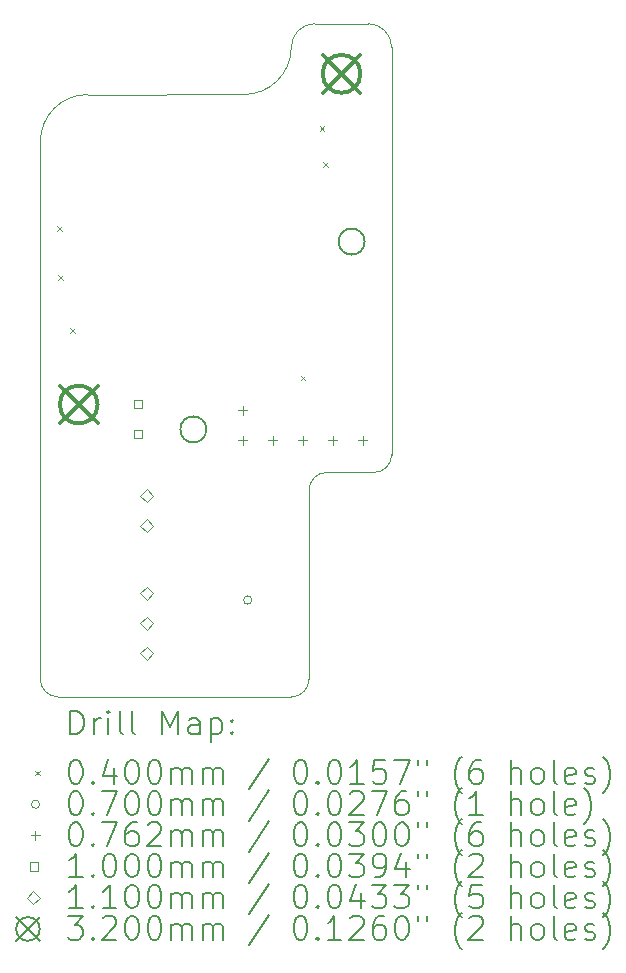
<source format=gbr>
%FSLAX45Y45*%
G04 Gerber Fmt 4.5, Leading zero omitted, Abs format (unit mm)*
G04 Created by KiCad (PCBNEW (6.0.1)) date 2022-03-21 13:57:09*
%MOMM*%
%LPD*%
G01*
G04 APERTURE LIST*
%TA.AperFunction,Profile*%
%ADD10C,0.100000*%
%TD*%
%TA.AperFunction,Profile*%
%ADD11C,0.150000*%
%TD*%
%ADD12C,0.200000*%
%ADD13C,0.040000*%
%ADD14C,0.070000*%
%ADD15C,0.076200*%
%ADD16C,0.100000*%
%ADD17C,0.110000*%
%ADD18C,0.320000*%
G04 APERTURE END LIST*
D10*
X15700000Y-6700000D02*
X15700000Y-10150000D01*
D11*
X14130500Y-9935500D02*
G75*
G03*
X14130500Y-9935500I-110000J0D01*
G01*
D10*
X12725000Y-12050000D02*
G75*
G03*
X12875000Y-12200000I150000J0D01*
G01*
X14442500Y-7099657D02*
X13125000Y-7100000D01*
X15550000Y-10300000D02*
G75*
G03*
X15700000Y-10150000I0J150000D01*
G01*
X15000000Y-12050000D02*
X15000000Y-10450000D01*
X15150000Y-10300000D02*
X15550000Y-10300000D01*
D11*
X15470500Y-8345500D02*
G75*
G03*
X15470500Y-8345500I-110000J0D01*
G01*
D10*
X15700000Y-6700000D02*
G75*
G03*
X15500000Y-6500000I-200000J0D01*
G01*
X12875000Y-12200000D02*
X14850000Y-12200000D01*
X13125000Y-7100000D02*
G75*
G03*
X12725000Y-7500000I0J-400000D01*
G01*
X12725000Y-7500000D02*
X12725000Y-12050000D01*
X15150000Y-10300000D02*
G75*
G03*
X15000000Y-10450000I0J-150000D01*
G01*
X15050000Y-6499657D02*
G75*
G03*
X14849657Y-6699657I0J-200343D01*
G01*
X14442500Y-7099657D02*
G75*
G03*
X14849657Y-6699657I7095J400000D01*
G01*
X14850000Y-12200000D02*
G75*
G03*
X15000000Y-12050000I0J150000D01*
G01*
X15050000Y-6499657D02*
X15500000Y-6500000D01*
D12*
D13*
X12870000Y-8215000D02*
X12910000Y-8255000D01*
X12910000Y-8215000D02*
X12870000Y-8255000D01*
X12874980Y-8629980D02*
X12914980Y-8669980D01*
X12914980Y-8629980D02*
X12874980Y-8669980D01*
X12980000Y-9080000D02*
X13020000Y-9120000D01*
X13020000Y-9080000D02*
X12980000Y-9120000D01*
X14930000Y-9480000D02*
X14970000Y-9520000D01*
X14970000Y-9480000D02*
X14930000Y-9520000D01*
X15090000Y-7370000D02*
X15130000Y-7410000D01*
X15130000Y-7370000D02*
X15090000Y-7410000D01*
X15120000Y-7675000D02*
X15160000Y-7715000D01*
X15160000Y-7675000D02*
X15120000Y-7715000D01*
D14*
X14515000Y-11380000D02*
G75*
G03*
X14515000Y-11380000I-35000J0D01*
G01*
D15*
X14437500Y-9736400D02*
X14437500Y-9812600D01*
X14399400Y-9774500D02*
X14475600Y-9774500D01*
X14437500Y-9990400D02*
X14437500Y-10066600D01*
X14399400Y-10028500D02*
X14475600Y-10028500D01*
X14691500Y-9990400D02*
X14691500Y-10066600D01*
X14653400Y-10028500D02*
X14729600Y-10028500D01*
X14945500Y-9990400D02*
X14945500Y-10066600D01*
X14907400Y-10028500D02*
X14983600Y-10028500D01*
X15199500Y-9990400D02*
X15199500Y-10066600D01*
X15161400Y-10028500D02*
X15237600Y-10028500D01*
X15453500Y-9990400D02*
X15453500Y-10066600D01*
X15415400Y-10028500D02*
X15491600Y-10028500D01*
D16*
X13585356Y-9757856D02*
X13585356Y-9687144D01*
X13514644Y-9687144D01*
X13514644Y-9757856D01*
X13585356Y-9757856D01*
X13585356Y-10011856D02*
X13585356Y-9941144D01*
X13514644Y-9941144D01*
X13514644Y-10011856D01*
X13585356Y-10011856D01*
D17*
X13625000Y-10553000D02*
X13680000Y-10498000D01*
X13625000Y-10443000D01*
X13570000Y-10498000D01*
X13625000Y-10553000D01*
X13625000Y-10807000D02*
X13680000Y-10752000D01*
X13625000Y-10697000D01*
X13570000Y-10752000D01*
X13625000Y-10807000D01*
X13625000Y-11376000D02*
X13680000Y-11321000D01*
X13625000Y-11266000D01*
X13570000Y-11321000D01*
X13625000Y-11376000D01*
X13625000Y-11630000D02*
X13680000Y-11575000D01*
X13625000Y-11520000D01*
X13570000Y-11575000D01*
X13625000Y-11630000D01*
X13625000Y-11884000D02*
X13680000Y-11829000D01*
X13625000Y-11774000D01*
X13570000Y-11829000D01*
X13625000Y-11884000D01*
D18*
X12890000Y-9565000D02*
X13210000Y-9885000D01*
X13210000Y-9565000D02*
X12890000Y-9885000D01*
X13210000Y-9725000D02*
G75*
G03*
X13210000Y-9725000I-160000J0D01*
G01*
X15115000Y-6765000D02*
X15435000Y-7085000D01*
X15435000Y-6765000D02*
X15115000Y-7085000D01*
X15435000Y-6925000D02*
G75*
G03*
X15435000Y-6925000I-160000J0D01*
G01*
D12*
X12977619Y-12515476D02*
X12977619Y-12315476D01*
X13025238Y-12315476D01*
X13053809Y-12325000D01*
X13072857Y-12344048D01*
X13082381Y-12363095D01*
X13091905Y-12401190D01*
X13091905Y-12429762D01*
X13082381Y-12467857D01*
X13072857Y-12486905D01*
X13053809Y-12505952D01*
X13025238Y-12515476D01*
X12977619Y-12515476D01*
X13177619Y-12515476D02*
X13177619Y-12382143D01*
X13177619Y-12420238D02*
X13187143Y-12401190D01*
X13196667Y-12391667D01*
X13215714Y-12382143D01*
X13234762Y-12382143D01*
X13301428Y-12515476D02*
X13301428Y-12382143D01*
X13301428Y-12315476D02*
X13291905Y-12325000D01*
X13301428Y-12334524D01*
X13310952Y-12325000D01*
X13301428Y-12315476D01*
X13301428Y-12334524D01*
X13425238Y-12515476D02*
X13406190Y-12505952D01*
X13396667Y-12486905D01*
X13396667Y-12315476D01*
X13530000Y-12515476D02*
X13510952Y-12505952D01*
X13501428Y-12486905D01*
X13501428Y-12315476D01*
X13758571Y-12515476D02*
X13758571Y-12315476D01*
X13825238Y-12458333D01*
X13891905Y-12315476D01*
X13891905Y-12515476D01*
X14072857Y-12515476D02*
X14072857Y-12410714D01*
X14063333Y-12391667D01*
X14044286Y-12382143D01*
X14006190Y-12382143D01*
X13987143Y-12391667D01*
X14072857Y-12505952D02*
X14053809Y-12515476D01*
X14006190Y-12515476D01*
X13987143Y-12505952D01*
X13977619Y-12486905D01*
X13977619Y-12467857D01*
X13987143Y-12448809D01*
X14006190Y-12439286D01*
X14053809Y-12439286D01*
X14072857Y-12429762D01*
X14168095Y-12382143D02*
X14168095Y-12582143D01*
X14168095Y-12391667D02*
X14187143Y-12382143D01*
X14225238Y-12382143D01*
X14244286Y-12391667D01*
X14253809Y-12401190D01*
X14263333Y-12420238D01*
X14263333Y-12477381D01*
X14253809Y-12496428D01*
X14244286Y-12505952D01*
X14225238Y-12515476D01*
X14187143Y-12515476D01*
X14168095Y-12505952D01*
X14349048Y-12496428D02*
X14358571Y-12505952D01*
X14349048Y-12515476D01*
X14339524Y-12505952D01*
X14349048Y-12496428D01*
X14349048Y-12515476D01*
X14349048Y-12391667D02*
X14358571Y-12401190D01*
X14349048Y-12410714D01*
X14339524Y-12401190D01*
X14349048Y-12391667D01*
X14349048Y-12410714D01*
D13*
X12680000Y-12825000D02*
X12720000Y-12865000D01*
X12720000Y-12825000D02*
X12680000Y-12865000D01*
D12*
X13015714Y-12735476D02*
X13034762Y-12735476D01*
X13053809Y-12745000D01*
X13063333Y-12754524D01*
X13072857Y-12773571D01*
X13082381Y-12811667D01*
X13082381Y-12859286D01*
X13072857Y-12897381D01*
X13063333Y-12916428D01*
X13053809Y-12925952D01*
X13034762Y-12935476D01*
X13015714Y-12935476D01*
X12996667Y-12925952D01*
X12987143Y-12916428D01*
X12977619Y-12897381D01*
X12968095Y-12859286D01*
X12968095Y-12811667D01*
X12977619Y-12773571D01*
X12987143Y-12754524D01*
X12996667Y-12745000D01*
X13015714Y-12735476D01*
X13168095Y-12916428D02*
X13177619Y-12925952D01*
X13168095Y-12935476D01*
X13158571Y-12925952D01*
X13168095Y-12916428D01*
X13168095Y-12935476D01*
X13349048Y-12802143D02*
X13349048Y-12935476D01*
X13301428Y-12725952D02*
X13253809Y-12868809D01*
X13377619Y-12868809D01*
X13491905Y-12735476D02*
X13510952Y-12735476D01*
X13530000Y-12745000D01*
X13539524Y-12754524D01*
X13549048Y-12773571D01*
X13558571Y-12811667D01*
X13558571Y-12859286D01*
X13549048Y-12897381D01*
X13539524Y-12916428D01*
X13530000Y-12925952D01*
X13510952Y-12935476D01*
X13491905Y-12935476D01*
X13472857Y-12925952D01*
X13463333Y-12916428D01*
X13453809Y-12897381D01*
X13444286Y-12859286D01*
X13444286Y-12811667D01*
X13453809Y-12773571D01*
X13463333Y-12754524D01*
X13472857Y-12745000D01*
X13491905Y-12735476D01*
X13682381Y-12735476D02*
X13701428Y-12735476D01*
X13720476Y-12745000D01*
X13730000Y-12754524D01*
X13739524Y-12773571D01*
X13749048Y-12811667D01*
X13749048Y-12859286D01*
X13739524Y-12897381D01*
X13730000Y-12916428D01*
X13720476Y-12925952D01*
X13701428Y-12935476D01*
X13682381Y-12935476D01*
X13663333Y-12925952D01*
X13653809Y-12916428D01*
X13644286Y-12897381D01*
X13634762Y-12859286D01*
X13634762Y-12811667D01*
X13644286Y-12773571D01*
X13653809Y-12754524D01*
X13663333Y-12745000D01*
X13682381Y-12735476D01*
X13834762Y-12935476D02*
X13834762Y-12802143D01*
X13834762Y-12821190D02*
X13844286Y-12811667D01*
X13863333Y-12802143D01*
X13891905Y-12802143D01*
X13910952Y-12811667D01*
X13920476Y-12830714D01*
X13920476Y-12935476D01*
X13920476Y-12830714D02*
X13930000Y-12811667D01*
X13949048Y-12802143D01*
X13977619Y-12802143D01*
X13996667Y-12811667D01*
X14006190Y-12830714D01*
X14006190Y-12935476D01*
X14101428Y-12935476D02*
X14101428Y-12802143D01*
X14101428Y-12821190D02*
X14110952Y-12811667D01*
X14130000Y-12802143D01*
X14158571Y-12802143D01*
X14177619Y-12811667D01*
X14187143Y-12830714D01*
X14187143Y-12935476D01*
X14187143Y-12830714D02*
X14196667Y-12811667D01*
X14215714Y-12802143D01*
X14244286Y-12802143D01*
X14263333Y-12811667D01*
X14272857Y-12830714D01*
X14272857Y-12935476D01*
X14663333Y-12725952D02*
X14491905Y-12983095D01*
X14920476Y-12735476D02*
X14939524Y-12735476D01*
X14958571Y-12745000D01*
X14968095Y-12754524D01*
X14977619Y-12773571D01*
X14987143Y-12811667D01*
X14987143Y-12859286D01*
X14977619Y-12897381D01*
X14968095Y-12916428D01*
X14958571Y-12925952D01*
X14939524Y-12935476D01*
X14920476Y-12935476D01*
X14901428Y-12925952D01*
X14891905Y-12916428D01*
X14882381Y-12897381D01*
X14872857Y-12859286D01*
X14872857Y-12811667D01*
X14882381Y-12773571D01*
X14891905Y-12754524D01*
X14901428Y-12745000D01*
X14920476Y-12735476D01*
X15072857Y-12916428D02*
X15082381Y-12925952D01*
X15072857Y-12935476D01*
X15063333Y-12925952D01*
X15072857Y-12916428D01*
X15072857Y-12935476D01*
X15206190Y-12735476D02*
X15225238Y-12735476D01*
X15244286Y-12745000D01*
X15253809Y-12754524D01*
X15263333Y-12773571D01*
X15272857Y-12811667D01*
X15272857Y-12859286D01*
X15263333Y-12897381D01*
X15253809Y-12916428D01*
X15244286Y-12925952D01*
X15225238Y-12935476D01*
X15206190Y-12935476D01*
X15187143Y-12925952D01*
X15177619Y-12916428D01*
X15168095Y-12897381D01*
X15158571Y-12859286D01*
X15158571Y-12811667D01*
X15168095Y-12773571D01*
X15177619Y-12754524D01*
X15187143Y-12745000D01*
X15206190Y-12735476D01*
X15463333Y-12935476D02*
X15349048Y-12935476D01*
X15406190Y-12935476D02*
X15406190Y-12735476D01*
X15387143Y-12764048D01*
X15368095Y-12783095D01*
X15349048Y-12792619D01*
X15644286Y-12735476D02*
X15549048Y-12735476D01*
X15539524Y-12830714D01*
X15549048Y-12821190D01*
X15568095Y-12811667D01*
X15615714Y-12811667D01*
X15634762Y-12821190D01*
X15644286Y-12830714D01*
X15653809Y-12849762D01*
X15653809Y-12897381D01*
X15644286Y-12916428D01*
X15634762Y-12925952D01*
X15615714Y-12935476D01*
X15568095Y-12935476D01*
X15549048Y-12925952D01*
X15539524Y-12916428D01*
X15720476Y-12735476D02*
X15853809Y-12735476D01*
X15768095Y-12935476D01*
X15920476Y-12735476D02*
X15920476Y-12773571D01*
X15996667Y-12735476D02*
X15996667Y-12773571D01*
X16291905Y-13011667D02*
X16282381Y-13002143D01*
X16263333Y-12973571D01*
X16253809Y-12954524D01*
X16244286Y-12925952D01*
X16234762Y-12878333D01*
X16234762Y-12840238D01*
X16244286Y-12792619D01*
X16253809Y-12764048D01*
X16263333Y-12745000D01*
X16282381Y-12716428D01*
X16291905Y-12706905D01*
X16453809Y-12735476D02*
X16415714Y-12735476D01*
X16396667Y-12745000D01*
X16387143Y-12754524D01*
X16368095Y-12783095D01*
X16358571Y-12821190D01*
X16358571Y-12897381D01*
X16368095Y-12916428D01*
X16377619Y-12925952D01*
X16396667Y-12935476D01*
X16434762Y-12935476D01*
X16453809Y-12925952D01*
X16463333Y-12916428D01*
X16472857Y-12897381D01*
X16472857Y-12849762D01*
X16463333Y-12830714D01*
X16453809Y-12821190D01*
X16434762Y-12811667D01*
X16396667Y-12811667D01*
X16377619Y-12821190D01*
X16368095Y-12830714D01*
X16358571Y-12849762D01*
X16710952Y-12935476D02*
X16710952Y-12735476D01*
X16796667Y-12935476D02*
X16796667Y-12830714D01*
X16787143Y-12811667D01*
X16768095Y-12802143D01*
X16739524Y-12802143D01*
X16720476Y-12811667D01*
X16710952Y-12821190D01*
X16920476Y-12935476D02*
X16901429Y-12925952D01*
X16891905Y-12916428D01*
X16882381Y-12897381D01*
X16882381Y-12840238D01*
X16891905Y-12821190D01*
X16901429Y-12811667D01*
X16920476Y-12802143D01*
X16949048Y-12802143D01*
X16968095Y-12811667D01*
X16977619Y-12821190D01*
X16987143Y-12840238D01*
X16987143Y-12897381D01*
X16977619Y-12916428D01*
X16968095Y-12925952D01*
X16949048Y-12935476D01*
X16920476Y-12935476D01*
X17101429Y-12935476D02*
X17082381Y-12925952D01*
X17072857Y-12906905D01*
X17072857Y-12735476D01*
X17253810Y-12925952D02*
X17234762Y-12935476D01*
X17196667Y-12935476D01*
X17177619Y-12925952D01*
X17168095Y-12906905D01*
X17168095Y-12830714D01*
X17177619Y-12811667D01*
X17196667Y-12802143D01*
X17234762Y-12802143D01*
X17253810Y-12811667D01*
X17263333Y-12830714D01*
X17263333Y-12849762D01*
X17168095Y-12868809D01*
X17339524Y-12925952D02*
X17358571Y-12935476D01*
X17396667Y-12935476D01*
X17415714Y-12925952D01*
X17425238Y-12906905D01*
X17425238Y-12897381D01*
X17415714Y-12878333D01*
X17396667Y-12868809D01*
X17368095Y-12868809D01*
X17349048Y-12859286D01*
X17339524Y-12840238D01*
X17339524Y-12830714D01*
X17349048Y-12811667D01*
X17368095Y-12802143D01*
X17396667Y-12802143D01*
X17415714Y-12811667D01*
X17491905Y-13011667D02*
X17501429Y-13002143D01*
X17520476Y-12973571D01*
X17530000Y-12954524D01*
X17539524Y-12925952D01*
X17549048Y-12878333D01*
X17549048Y-12840238D01*
X17539524Y-12792619D01*
X17530000Y-12764048D01*
X17520476Y-12745000D01*
X17501429Y-12716428D01*
X17491905Y-12706905D01*
D14*
X12720000Y-13109000D02*
G75*
G03*
X12720000Y-13109000I-35000J0D01*
G01*
D12*
X13015714Y-12999476D02*
X13034762Y-12999476D01*
X13053809Y-13009000D01*
X13063333Y-13018524D01*
X13072857Y-13037571D01*
X13082381Y-13075667D01*
X13082381Y-13123286D01*
X13072857Y-13161381D01*
X13063333Y-13180428D01*
X13053809Y-13189952D01*
X13034762Y-13199476D01*
X13015714Y-13199476D01*
X12996667Y-13189952D01*
X12987143Y-13180428D01*
X12977619Y-13161381D01*
X12968095Y-13123286D01*
X12968095Y-13075667D01*
X12977619Y-13037571D01*
X12987143Y-13018524D01*
X12996667Y-13009000D01*
X13015714Y-12999476D01*
X13168095Y-13180428D02*
X13177619Y-13189952D01*
X13168095Y-13199476D01*
X13158571Y-13189952D01*
X13168095Y-13180428D01*
X13168095Y-13199476D01*
X13244286Y-12999476D02*
X13377619Y-12999476D01*
X13291905Y-13199476D01*
X13491905Y-12999476D02*
X13510952Y-12999476D01*
X13530000Y-13009000D01*
X13539524Y-13018524D01*
X13549048Y-13037571D01*
X13558571Y-13075667D01*
X13558571Y-13123286D01*
X13549048Y-13161381D01*
X13539524Y-13180428D01*
X13530000Y-13189952D01*
X13510952Y-13199476D01*
X13491905Y-13199476D01*
X13472857Y-13189952D01*
X13463333Y-13180428D01*
X13453809Y-13161381D01*
X13444286Y-13123286D01*
X13444286Y-13075667D01*
X13453809Y-13037571D01*
X13463333Y-13018524D01*
X13472857Y-13009000D01*
X13491905Y-12999476D01*
X13682381Y-12999476D02*
X13701428Y-12999476D01*
X13720476Y-13009000D01*
X13730000Y-13018524D01*
X13739524Y-13037571D01*
X13749048Y-13075667D01*
X13749048Y-13123286D01*
X13739524Y-13161381D01*
X13730000Y-13180428D01*
X13720476Y-13189952D01*
X13701428Y-13199476D01*
X13682381Y-13199476D01*
X13663333Y-13189952D01*
X13653809Y-13180428D01*
X13644286Y-13161381D01*
X13634762Y-13123286D01*
X13634762Y-13075667D01*
X13644286Y-13037571D01*
X13653809Y-13018524D01*
X13663333Y-13009000D01*
X13682381Y-12999476D01*
X13834762Y-13199476D02*
X13834762Y-13066143D01*
X13834762Y-13085190D02*
X13844286Y-13075667D01*
X13863333Y-13066143D01*
X13891905Y-13066143D01*
X13910952Y-13075667D01*
X13920476Y-13094714D01*
X13920476Y-13199476D01*
X13920476Y-13094714D02*
X13930000Y-13075667D01*
X13949048Y-13066143D01*
X13977619Y-13066143D01*
X13996667Y-13075667D01*
X14006190Y-13094714D01*
X14006190Y-13199476D01*
X14101428Y-13199476D02*
X14101428Y-13066143D01*
X14101428Y-13085190D02*
X14110952Y-13075667D01*
X14130000Y-13066143D01*
X14158571Y-13066143D01*
X14177619Y-13075667D01*
X14187143Y-13094714D01*
X14187143Y-13199476D01*
X14187143Y-13094714D02*
X14196667Y-13075667D01*
X14215714Y-13066143D01*
X14244286Y-13066143D01*
X14263333Y-13075667D01*
X14272857Y-13094714D01*
X14272857Y-13199476D01*
X14663333Y-12989952D02*
X14491905Y-13247095D01*
X14920476Y-12999476D02*
X14939524Y-12999476D01*
X14958571Y-13009000D01*
X14968095Y-13018524D01*
X14977619Y-13037571D01*
X14987143Y-13075667D01*
X14987143Y-13123286D01*
X14977619Y-13161381D01*
X14968095Y-13180428D01*
X14958571Y-13189952D01*
X14939524Y-13199476D01*
X14920476Y-13199476D01*
X14901428Y-13189952D01*
X14891905Y-13180428D01*
X14882381Y-13161381D01*
X14872857Y-13123286D01*
X14872857Y-13075667D01*
X14882381Y-13037571D01*
X14891905Y-13018524D01*
X14901428Y-13009000D01*
X14920476Y-12999476D01*
X15072857Y-13180428D02*
X15082381Y-13189952D01*
X15072857Y-13199476D01*
X15063333Y-13189952D01*
X15072857Y-13180428D01*
X15072857Y-13199476D01*
X15206190Y-12999476D02*
X15225238Y-12999476D01*
X15244286Y-13009000D01*
X15253809Y-13018524D01*
X15263333Y-13037571D01*
X15272857Y-13075667D01*
X15272857Y-13123286D01*
X15263333Y-13161381D01*
X15253809Y-13180428D01*
X15244286Y-13189952D01*
X15225238Y-13199476D01*
X15206190Y-13199476D01*
X15187143Y-13189952D01*
X15177619Y-13180428D01*
X15168095Y-13161381D01*
X15158571Y-13123286D01*
X15158571Y-13075667D01*
X15168095Y-13037571D01*
X15177619Y-13018524D01*
X15187143Y-13009000D01*
X15206190Y-12999476D01*
X15349048Y-13018524D02*
X15358571Y-13009000D01*
X15377619Y-12999476D01*
X15425238Y-12999476D01*
X15444286Y-13009000D01*
X15453809Y-13018524D01*
X15463333Y-13037571D01*
X15463333Y-13056619D01*
X15453809Y-13085190D01*
X15339524Y-13199476D01*
X15463333Y-13199476D01*
X15530000Y-12999476D02*
X15663333Y-12999476D01*
X15577619Y-13199476D01*
X15825238Y-12999476D02*
X15787143Y-12999476D01*
X15768095Y-13009000D01*
X15758571Y-13018524D01*
X15739524Y-13047095D01*
X15730000Y-13085190D01*
X15730000Y-13161381D01*
X15739524Y-13180428D01*
X15749048Y-13189952D01*
X15768095Y-13199476D01*
X15806190Y-13199476D01*
X15825238Y-13189952D01*
X15834762Y-13180428D01*
X15844286Y-13161381D01*
X15844286Y-13113762D01*
X15834762Y-13094714D01*
X15825238Y-13085190D01*
X15806190Y-13075667D01*
X15768095Y-13075667D01*
X15749048Y-13085190D01*
X15739524Y-13094714D01*
X15730000Y-13113762D01*
X15920476Y-12999476D02*
X15920476Y-13037571D01*
X15996667Y-12999476D02*
X15996667Y-13037571D01*
X16291905Y-13275667D02*
X16282381Y-13266143D01*
X16263333Y-13237571D01*
X16253809Y-13218524D01*
X16244286Y-13189952D01*
X16234762Y-13142333D01*
X16234762Y-13104238D01*
X16244286Y-13056619D01*
X16253809Y-13028048D01*
X16263333Y-13009000D01*
X16282381Y-12980428D01*
X16291905Y-12970905D01*
X16472857Y-13199476D02*
X16358571Y-13199476D01*
X16415714Y-13199476D02*
X16415714Y-12999476D01*
X16396667Y-13028048D01*
X16377619Y-13047095D01*
X16358571Y-13056619D01*
X16710952Y-13199476D02*
X16710952Y-12999476D01*
X16796667Y-13199476D02*
X16796667Y-13094714D01*
X16787143Y-13075667D01*
X16768095Y-13066143D01*
X16739524Y-13066143D01*
X16720476Y-13075667D01*
X16710952Y-13085190D01*
X16920476Y-13199476D02*
X16901429Y-13189952D01*
X16891905Y-13180428D01*
X16882381Y-13161381D01*
X16882381Y-13104238D01*
X16891905Y-13085190D01*
X16901429Y-13075667D01*
X16920476Y-13066143D01*
X16949048Y-13066143D01*
X16968095Y-13075667D01*
X16977619Y-13085190D01*
X16987143Y-13104238D01*
X16987143Y-13161381D01*
X16977619Y-13180428D01*
X16968095Y-13189952D01*
X16949048Y-13199476D01*
X16920476Y-13199476D01*
X17101429Y-13199476D02*
X17082381Y-13189952D01*
X17072857Y-13170905D01*
X17072857Y-12999476D01*
X17253810Y-13189952D02*
X17234762Y-13199476D01*
X17196667Y-13199476D01*
X17177619Y-13189952D01*
X17168095Y-13170905D01*
X17168095Y-13094714D01*
X17177619Y-13075667D01*
X17196667Y-13066143D01*
X17234762Y-13066143D01*
X17253810Y-13075667D01*
X17263333Y-13094714D01*
X17263333Y-13113762D01*
X17168095Y-13132809D01*
X17330000Y-13275667D02*
X17339524Y-13266143D01*
X17358571Y-13237571D01*
X17368095Y-13218524D01*
X17377619Y-13189952D01*
X17387143Y-13142333D01*
X17387143Y-13104238D01*
X17377619Y-13056619D01*
X17368095Y-13028048D01*
X17358571Y-13009000D01*
X17339524Y-12980428D01*
X17330000Y-12970905D01*
D15*
X12681900Y-13334900D02*
X12681900Y-13411100D01*
X12643800Y-13373000D02*
X12720000Y-13373000D01*
D12*
X13015714Y-13263476D02*
X13034762Y-13263476D01*
X13053809Y-13273000D01*
X13063333Y-13282524D01*
X13072857Y-13301571D01*
X13082381Y-13339667D01*
X13082381Y-13387286D01*
X13072857Y-13425381D01*
X13063333Y-13444428D01*
X13053809Y-13453952D01*
X13034762Y-13463476D01*
X13015714Y-13463476D01*
X12996667Y-13453952D01*
X12987143Y-13444428D01*
X12977619Y-13425381D01*
X12968095Y-13387286D01*
X12968095Y-13339667D01*
X12977619Y-13301571D01*
X12987143Y-13282524D01*
X12996667Y-13273000D01*
X13015714Y-13263476D01*
X13168095Y-13444428D02*
X13177619Y-13453952D01*
X13168095Y-13463476D01*
X13158571Y-13453952D01*
X13168095Y-13444428D01*
X13168095Y-13463476D01*
X13244286Y-13263476D02*
X13377619Y-13263476D01*
X13291905Y-13463476D01*
X13539524Y-13263476D02*
X13501428Y-13263476D01*
X13482381Y-13273000D01*
X13472857Y-13282524D01*
X13453809Y-13311095D01*
X13444286Y-13349190D01*
X13444286Y-13425381D01*
X13453809Y-13444428D01*
X13463333Y-13453952D01*
X13482381Y-13463476D01*
X13520476Y-13463476D01*
X13539524Y-13453952D01*
X13549048Y-13444428D01*
X13558571Y-13425381D01*
X13558571Y-13377762D01*
X13549048Y-13358714D01*
X13539524Y-13349190D01*
X13520476Y-13339667D01*
X13482381Y-13339667D01*
X13463333Y-13349190D01*
X13453809Y-13358714D01*
X13444286Y-13377762D01*
X13634762Y-13282524D02*
X13644286Y-13273000D01*
X13663333Y-13263476D01*
X13710952Y-13263476D01*
X13730000Y-13273000D01*
X13739524Y-13282524D01*
X13749048Y-13301571D01*
X13749048Y-13320619D01*
X13739524Y-13349190D01*
X13625238Y-13463476D01*
X13749048Y-13463476D01*
X13834762Y-13463476D02*
X13834762Y-13330143D01*
X13834762Y-13349190D02*
X13844286Y-13339667D01*
X13863333Y-13330143D01*
X13891905Y-13330143D01*
X13910952Y-13339667D01*
X13920476Y-13358714D01*
X13920476Y-13463476D01*
X13920476Y-13358714D02*
X13930000Y-13339667D01*
X13949048Y-13330143D01*
X13977619Y-13330143D01*
X13996667Y-13339667D01*
X14006190Y-13358714D01*
X14006190Y-13463476D01*
X14101428Y-13463476D02*
X14101428Y-13330143D01*
X14101428Y-13349190D02*
X14110952Y-13339667D01*
X14130000Y-13330143D01*
X14158571Y-13330143D01*
X14177619Y-13339667D01*
X14187143Y-13358714D01*
X14187143Y-13463476D01*
X14187143Y-13358714D02*
X14196667Y-13339667D01*
X14215714Y-13330143D01*
X14244286Y-13330143D01*
X14263333Y-13339667D01*
X14272857Y-13358714D01*
X14272857Y-13463476D01*
X14663333Y-13253952D02*
X14491905Y-13511095D01*
X14920476Y-13263476D02*
X14939524Y-13263476D01*
X14958571Y-13273000D01*
X14968095Y-13282524D01*
X14977619Y-13301571D01*
X14987143Y-13339667D01*
X14987143Y-13387286D01*
X14977619Y-13425381D01*
X14968095Y-13444428D01*
X14958571Y-13453952D01*
X14939524Y-13463476D01*
X14920476Y-13463476D01*
X14901428Y-13453952D01*
X14891905Y-13444428D01*
X14882381Y-13425381D01*
X14872857Y-13387286D01*
X14872857Y-13339667D01*
X14882381Y-13301571D01*
X14891905Y-13282524D01*
X14901428Y-13273000D01*
X14920476Y-13263476D01*
X15072857Y-13444428D02*
X15082381Y-13453952D01*
X15072857Y-13463476D01*
X15063333Y-13453952D01*
X15072857Y-13444428D01*
X15072857Y-13463476D01*
X15206190Y-13263476D02*
X15225238Y-13263476D01*
X15244286Y-13273000D01*
X15253809Y-13282524D01*
X15263333Y-13301571D01*
X15272857Y-13339667D01*
X15272857Y-13387286D01*
X15263333Y-13425381D01*
X15253809Y-13444428D01*
X15244286Y-13453952D01*
X15225238Y-13463476D01*
X15206190Y-13463476D01*
X15187143Y-13453952D01*
X15177619Y-13444428D01*
X15168095Y-13425381D01*
X15158571Y-13387286D01*
X15158571Y-13339667D01*
X15168095Y-13301571D01*
X15177619Y-13282524D01*
X15187143Y-13273000D01*
X15206190Y-13263476D01*
X15339524Y-13263476D02*
X15463333Y-13263476D01*
X15396667Y-13339667D01*
X15425238Y-13339667D01*
X15444286Y-13349190D01*
X15453809Y-13358714D01*
X15463333Y-13377762D01*
X15463333Y-13425381D01*
X15453809Y-13444428D01*
X15444286Y-13453952D01*
X15425238Y-13463476D01*
X15368095Y-13463476D01*
X15349048Y-13453952D01*
X15339524Y-13444428D01*
X15587143Y-13263476D02*
X15606190Y-13263476D01*
X15625238Y-13273000D01*
X15634762Y-13282524D01*
X15644286Y-13301571D01*
X15653809Y-13339667D01*
X15653809Y-13387286D01*
X15644286Y-13425381D01*
X15634762Y-13444428D01*
X15625238Y-13453952D01*
X15606190Y-13463476D01*
X15587143Y-13463476D01*
X15568095Y-13453952D01*
X15558571Y-13444428D01*
X15549048Y-13425381D01*
X15539524Y-13387286D01*
X15539524Y-13339667D01*
X15549048Y-13301571D01*
X15558571Y-13282524D01*
X15568095Y-13273000D01*
X15587143Y-13263476D01*
X15777619Y-13263476D02*
X15796667Y-13263476D01*
X15815714Y-13273000D01*
X15825238Y-13282524D01*
X15834762Y-13301571D01*
X15844286Y-13339667D01*
X15844286Y-13387286D01*
X15834762Y-13425381D01*
X15825238Y-13444428D01*
X15815714Y-13453952D01*
X15796667Y-13463476D01*
X15777619Y-13463476D01*
X15758571Y-13453952D01*
X15749048Y-13444428D01*
X15739524Y-13425381D01*
X15730000Y-13387286D01*
X15730000Y-13339667D01*
X15739524Y-13301571D01*
X15749048Y-13282524D01*
X15758571Y-13273000D01*
X15777619Y-13263476D01*
X15920476Y-13263476D02*
X15920476Y-13301571D01*
X15996667Y-13263476D02*
X15996667Y-13301571D01*
X16291905Y-13539667D02*
X16282381Y-13530143D01*
X16263333Y-13501571D01*
X16253809Y-13482524D01*
X16244286Y-13453952D01*
X16234762Y-13406333D01*
X16234762Y-13368238D01*
X16244286Y-13320619D01*
X16253809Y-13292048D01*
X16263333Y-13273000D01*
X16282381Y-13244428D01*
X16291905Y-13234905D01*
X16453809Y-13263476D02*
X16415714Y-13263476D01*
X16396667Y-13273000D01*
X16387143Y-13282524D01*
X16368095Y-13311095D01*
X16358571Y-13349190D01*
X16358571Y-13425381D01*
X16368095Y-13444428D01*
X16377619Y-13453952D01*
X16396667Y-13463476D01*
X16434762Y-13463476D01*
X16453809Y-13453952D01*
X16463333Y-13444428D01*
X16472857Y-13425381D01*
X16472857Y-13377762D01*
X16463333Y-13358714D01*
X16453809Y-13349190D01*
X16434762Y-13339667D01*
X16396667Y-13339667D01*
X16377619Y-13349190D01*
X16368095Y-13358714D01*
X16358571Y-13377762D01*
X16710952Y-13463476D02*
X16710952Y-13263476D01*
X16796667Y-13463476D02*
X16796667Y-13358714D01*
X16787143Y-13339667D01*
X16768095Y-13330143D01*
X16739524Y-13330143D01*
X16720476Y-13339667D01*
X16710952Y-13349190D01*
X16920476Y-13463476D02*
X16901429Y-13453952D01*
X16891905Y-13444428D01*
X16882381Y-13425381D01*
X16882381Y-13368238D01*
X16891905Y-13349190D01*
X16901429Y-13339667D01*
X16920476Y-13330143D01*
X16949048Y-13330143D01*
X16968095Y-13339667D01*
X16977619Y-13349190D01*
X16987143Y-13368238D01*
X16987143Y-13425381D01*
X16977619Y-13444428D01*
X16968095Y-13453952D01*
X16949048Y-13463476D01*
X16920476Y-13463476D01*
X17101429Y-13463476D02*
X17082381Y-13453952D01*
X17072857Y-13434905D01*
X17072857Y-13263476D01*
X17253810Y-13453952D02*
X17234762Y-13463476D01*
X17196667Y-13463476D01*
X17177619Y-13453952D01*
X17168095Y-13434905D01*
X17168095Y-13358714D01*
X17177619Y-13339667D01*
X17196667Y-13330143D01*
X17234762Y-13330143D01*
X17253810Y-13339667D01*
X17263333Y-13358714D01*
X17263333Y-13377762D01*
X17168095Y-13396809D01*
X17339524Y-13453952D02*
X17358571Y-13463476D01*
X17396667Y-13463476D01*
X17415714Y-13453952D01*
X17425238Y-13434905D01*
X17425238Y-13425381D01*
X17415714Y-13406333D01*
X17396667Y-13396809D01*
X17368095Y-13396809D01*
X17349048Y-13387286D01*
X17339524Y-13368238D01*
X17339524Y-13358714D01*
X17349048Y-13339667D01*
X17368095Y-13330143D01*
X17396667Y-13330143D01*
X17415714Y-13339667D01*
X17491905Y-13539667D02*
X17501429Y-13530143D01*
X17520476Y-13501571D01*
X17530000Y-13482524D01*
X17539524Y-13453952D01*
X17549048Y-13406333D01*
X17549048Y-13368238D01*
X17539524Y-13320619D01*
X17530000Y-13292048D01*
X17520476Y-13273000D01*
X17501429Y-13244428D01*
X17491905Y-13234905D01*
D16*
X12705356Y-13672356D02*
X12705356Y-13601644D01*
X12634644Y-13601644D01*
X12634644Y-13672356D01*
X12705356Y-13672356D01*
D12*
X13082381Y-13727476D02*
X12968095Y-13727476D01*
X13025238Y-13727476D02*
X13025238Y-13527476D01*
X13006190Y-13556048D01*
X12987143Y-13575095D01*
X12968095Y-13584619D01*
X13168095Y-13708428D02*
X13177619Y-13717952D01*
X13168095Y-13727476D01*
X13158571Y-13717952D01*
X13168095Y-13708428D01*
X13168095Y-13727476D01*
X13301428Y-13527476D02*
X13320476Y-13527476D01*
X13339524Y-13537000D01*
X13349048Y-13546524D01*
X13358571Y-13565571D01*
X13368095Y-13603667D01*
X13368095Y-13651286D01*
X13358571Y-13689381D01*
X13349048Y-13708428D01*
X13339524Y-13717952D01*
X13320476Y-13727476D01*
X13301428Y-13727476D01*
X13282381Y-13717952D01*
X13272857Y-13708428D01*
X13263333Y-13689381D01*
X13253809Y-13651286D01*
X13253809Y-13603667D01*
X13263333Y-13565571D01*
X13272857Y-13546524D01*
X13282381Y-13537000D01*
X13301428Y-13527476D01*
X13491905Y-13527476D02*
X13510952Y-13527476D01*
X13530000Y-13537000D01*
X13539524Y-13546524D01*
X13549048Y-13565571D01*
X13558571Y-13603667D01*
X13558571Y-13651286D01*
X13549048Y-13689381D01*
X13539524Y-13708428D01*
X13530000Y-13717952D01*
X13510952Y-13727476D01*
X13491905Y-13727476D01*
X13472857Y-13717952D01*
X13463333Y-13708428D01*
X13453809Y-13689381D01*
X13444286Y-13651286D01*
X13444286Y-13603667D01*
X13453809Y-13565571D01*
X13463333Y-13546524D01*
X13472857Y-13537000D01*
X13491905Y-13527476D01*
X13682381Y-13527476D02*
X13701428Y-13527476D01*
X13720476Y-13537000D01*
X13730000Y-13546524D01*
X13739524Y-13565571D01*
X13749048Y-13603667D01*
X13749048Y-13651286D01*
X13739524Y-13689381D01*
X13730000Y-13708428D01*
X13720476Y-13717952D01*
X13701428Y-13727476D01*
X13682381Y-13727476D01*
X13663333Y-13717952D01*
X13653809Y-13708428D01*
X13644286Y-13689381D01*
X13634762Y-13651286D01*
X13634762Y-13603667D01*
X13644286Y-13565571D01*
X13653809Y-13546524D01*
X13663333Y-13537000D01*
X13682381Y-13527476D01*
X13834762Y-13727476D02*
X13834762Y-13594143D01*
X13834762Y-13613190D02*
X13844286Y-13603667D01*
X13863333Y-13594143D01*
X13891905Y-13594143D01*
X13910952Y-13603667D01*
X13920476Y-13622714D01*
X13920476Y-13727476D01*
X13920476Y-13622714D02*
X13930000Y-13603667D01*
X13949048Y-13594143D01*
X13977619Y-13594143D01*
X13996667Y-13603667D01*
X14006190Y-13622714D01*
X14006190Y-13727476D01*
X14101428Y-13727476D02*
X14101428Y-13594143D01*
X14101428Y-13613190D02*
X14110952Y-13603667D01*
X14130000Y-13594143D01*
X14158571Y-13594143D01*
X14177619Y-13603667D01*
X14187143Y-13622714D01*
X14187143Y-13727476D01*
X14187143Y-13622714D02*
X14196667Y-13603667D01*
X14215714Y-13594143D01*
X14244286Y-13594143D01*
X14263333Y-13603667D01*
X14272857Y-13622714D01*
X14272857Y-13727476D01*
X14663333Y-13517952D02*
X14491905Y-13775095D01*
X14920476Y-13527476D02*
X14939524Y-13527476D01*
X14958571Y-13537000D01*
X14968095Y-13546524D01*
X14977619Y-13565571D01*
X14987143Y-13603667D01*
X14987143Y-13651286D01*
X14977619Y-13689381D01*
X14968095Y-13708428D01*
X14958571Y-13717952D01*
X14939524Y-13727476D01*
X14920476Y-13727476D01*
X14901428Y-13717952D01*
X14891905Y-13708428D01*
X14882381Y-13689381D01*
X14872857Y-13651286D01*
X14872857Y-13603667D01*
X14882381Y-13565571D01*
X14891905Y-13546524D01*
X14901428Y-13537000D01*
X14920476Y-13527476D01*
X15072857Y-13708428D02*
X15082381Y-13717952D01*
X15072857Y-13727476D01*
X15063333Y-13717952D01*
X15072857Y-13708428D01*
X15072857Y-13727476D01*
X15206190Y-13527476D02*
X15225238Y-13527476D01*
X15244286Y-13537000D01*
X15253809Y-13546524D01*
X15263333Y-13565571D01*
X15272857Y-13603667D01*
X15272857Y-13651286D01*
X15263333Y-13689381D01*
X15253809Y-13708428D01*
X15244286Y-13717952D01*
X15225238Y-13727476D01*
X15206190Y-13727476D01*
X15187143Y-13717952D01*
X15177619Y-13708428D01*
X15168095Y-13689381D01*
X15158571Y-13651286D01*
X15158571Y-13603667D01*
X15168095Y-13565571D01*
X15177619Y-13546524D01*
X15187143Y-13537000D01*
X15206190Y-13527476D01*
X15339524Y-13527476D02*
X15463333Y-13527476D01*
X15396667Y-13603667D01*
X15425238Y-13603667D01*
X15444286Y-13613190D01*
X15453809Y-13622714D01*
X15463333Y-13641762D01*
X15463333Y-13689381D01*
X15453809Y-13708428D01*
X15444286Y-13717952D01*
X15425238Y-13727476D01*
X15368095Y-13727476D01*
X15349048Y-13717952D01*
X15339524Y-13708428D01*
X15558571Y-13727476D02*
X15596667Y-13727476D01*
X15615714Y-13717952D01*
X15625238Y-13708428D01*
X15644286Y-13679857D01*
X15653809Y-13641762D01*
X15653809Y-13565571D01*
X15644286Y-13546524D01*
X15634762Y-13537000D01*
X15615714Y-13527476D01*
X15577619Y-13527476D01*
X15558571Y-13537000D01*
X15549048Y-13546524D01*
X15539524Y-13565571D01*
X15539524Y-13613190D01*
X15549048Y-13632238D01*
X15558571Y-13641762D01*
X15577619Y-13651286D01*
X15615714Y-13651286D01*
X15634762Y-13641762D01*
X15644286Y-13632238D01*
X15653809Y-13613190D01*
X15825238Y-13594143D02*
X15825238Y-13727476D01*
X15777619Y-13517952D02*
X15730000Y-13660809D01*
X15853809Y-13660809D01*
X15920476Y-13527476D02*
X15920476Y-13565571D01*
X15996667Y-13527476D02*
X15996667Y-13565571D01*
X16291905Y-13803667D02*
X16282381Y-13794143D01*
X16263333Y-13765571D01*
X16253809Y-13746524D01*
X16244286Y-13717952D01*
X16234762Y-13670333D01*
X16234762Y-13632238D01*
X16244286Y-13584619D01*
X16253809Y-13556048D01*
X16263333Y-13537000D01*
X16282381Y-13508428D01*
X16291905Y-13498905D01*
X16358571Y-13546524D02*
X16368095Y-13537000D01*
X16387143Y-13527476D01*
X16434762Y-13527476D01*
X16453809Y-13537000D01*
X16463333Y-13546524D01*
X16472857Y-13565571D01*
X16472857Y-13584619D01*
X16463333Y-13613190D01*
X16349048Y-13727476D01*
X16472857Y-13727476D01*
X16710952Y-13727476D02*
X16710952Y-13527476D01*
X16796667Y-13727476D02*
X16796667Y-13622714D01*
X16787143Y-13603667D01*
X16768095Y-13594143D01*
X16739524Y-13594143D01*
X16720476Y-13603667D01*
X16710952Y-13613190D01*
X16920476Y-13727476D02*
X16901429Y-13717952D01*
X16891905Y-13708428D01*
X16882381Y-13689381D01*
X16882381Y-13632238D01*
X16891905Y-13613190D01*
X16901429Y-13603667D01*
X16920476Y-13594143D01*
X16949048Y-13594143D01*
X16968095Y-13603667D01*
X16977619Y-13613190D01*
X16987143Y-13632238D01*
X16987143Y-13689381D01*
X16977619Y-13708428D01*
X16968095Y-13717952D01*
X16949048Y-13727476D01*
X16920476Y-13727476D01*
X17101429Y-13727476D02*
X17082381Y-13717952D01*
X17072857Y-13698905D01*
X17072857Y-13527476D01*
X17253810Y-13717952D02*
X17234762Y-13727476D01*
X17196667Y-13727476D01*
X17177619Y-13717952D01*
X17168095Y-13698905D01*
X17168095Y-13622714D01*
X17177619Y-13603667D01*
X17196667Y-13594143D01*
X17234762Y-13594143D01*
X17253810Y-13603667D01*
X17263333Y-13622714D01*
X17263333Y-13641762D01*
X17168095Y-13660809D01*
X17339524Y-13717952D02*
X17358571Y-13727476D01*
X17396667Y-13727476D01*
X17415714Y-13717952D01*
X17425238Y-13698905D01*
X17425238Y-13689381D01*
X17415714Y-13670333D01*
X17396667Y-13660809D01*
X17368095Y-13660809D01*
X17349048Y-13651286D01*
X17339524Y-13632238D01*
X17339524Y-13622714D01*
X17349048Y-13603667D01*
X17368095Y-13594143D01*
X17396667Y-13594143D01*
X17415714Y-13603667D01*
X17491905Y-13803667D02*
X17501429Y-13794143D01*
X17520476Y-13765571D01*
X17530000Y-13746524D01*
X17539524Y-13717952D01*
X17549048Y-13670333D01*
X17549048Y-13632238D01*
X17539524Y-13584619D01*
X17530000Y-13556048D01*
X17520476Y-13537000D01*
X17501429Y-13508428D01*
X17491905Y-13498905D01*
D17*
X12665000Y-13956000D02*
X12720000Y-13901000D01*
X12665000Y-13846000D01*
X12610000Y-13901000D01*
X12665000Y-13956000D01*
D12*
X13082381Y-13991476D02*
X12968095Y-13991476D01*
X13025238Y-13991476D02*
X13025238Y-13791476D01*
X13006190Y-13820048D01*
X12987143Y-13839095D01*
X12968095Y-13848619D01*
X13168095Y-13972428D02*
X13177619Y-13981952D01*
X13168095Y-13991476D01*
X13158571Y-13981952D01*
X13168095Y-13972428D01*
X13168095Y-13991476D01*
X13368095Y-13991476D02*
X13253809Y-13991476D01*
X13310952Y-13991476D02*
X13310952Y-13791476D01*
X13291905Y-13820048D01*
X13272857Y-13839095D01*
X13253809Y-13848619D01*
X13491905Y-13791476D02*
X13510952Y-13791476D01*
X13530000Y-13801000D01*
X13539524Y-13810524D01*
X13549048Y-13829571D01*
X13558571Y-13867667D01*
X13558571Y-13915286D01*
X13549048Y-13953381D01*
X13539524Y-13972428D01*
X13530000Y-13981952D01*
X13510952Y-13991476D01*
X13491905Y-13991476D01*
X13472857Y-13981952D01*
X13463333Y-13972428D01*
X13453809Y-13953381D01*
X13444286Y-13915286D01*
X13444286Y-13867667D01*
X13453809Y-13829571D01*
X13463333Y-13810524D01*
X13472857Y-13801000D01*
X13491905Y-13791476D01*
X13682381Y-13791476D02*
X13701428Y-13791476D01*
X13720476Y-13801000D01*
X13730000Y-13810524D01*
X13739524Y-13829571D01*
X13749048Y-13867667D01*
X13749048Y-13915286D01*
X13739524Y-13953381D01*
X13730000Y-13972428D01*
X13720476Y-13981952D01*
X13701428Y-13991476D01*
X13682381Y-13991476D01*
X13663333Y-13981952D01*
X13653809Y-13972428D01*
X13644286Y-13953381D01*
X13634762Y-13915286D01*
X13634762Y-13867667D01*
X13644286Y-13829571D01*
X13653809Y-13810524D01*
X13663333Y-13801000D01*
X13682381Y-13791476D01*
X13834762Y-13991476D02*
X13834762Y-13858143D01*
X13834762Y-13877190D02*
X13844286Y-13867667D01*
X13863333Y-13858143D01*
X13891905Y-13858143D01*
X13910952Y-13867667D01*
X13920476Y-13886714D01*
X13920476Y-13991476D01*
X13920476Y-13886714D02*
X13930000Y-13867667D01*
X13949048Y-13858143D01*
X13977619Y-13858143D01*
X13996667Y-13867667D01*
X14006190Y-13886714D01*
X14006190Y-13991476D01*
X14101428Y-13991476D02*
X14101428Y-13858143D01*
X14101428Y-13877190D02*
X14110952Y-13867667D01*
X14130000Y-13858143D01*
X14158571Y-13858143D01*
X14177619Y-13867667D01*
X14187143Y-13886714D01*
X14187143Y-13991476D01*
X14187143Y-13886714D02*
X14196667Y-13867667D01*
X14215714Y-13858143D01*
X14244286Y-13858143D01*
X14263333Y-13867667D01*
X14272857Y-13886714D01*
X14272857Y-13991476D01*
X14663333Y-13781952D02*
X14491905Y-14039095D01*
X14920476Y-13791476D02*
X14939524Y-13791476D01*
X14958571Y-13801000D01*
X14968095Y-13810524D01*
X14977619Y-13829571D01*
X14987143Y-13867667D01*
X14987143Y-13915286D01*
X14977619Y-13953381D01*
X14968095Y-13972428D01*
X14958571Y-13981952D01*
X14939524Y-13991476D01*
X14920476Y-13991476D01*
X14901428Y-13981952D01*
X14891905Y-13972428D01*
X14882381Y-13953381D01*
X14872857Y-13915286D01*
X14872857Y-13867667D01*
X14882381Y-13829571D01*
X14891905Y-13810524D01*
X14901428Y-13801000D01*
X14920476Y-13791476D01*
X15072857Y-13972428D02*
X15082381Y-13981952D01*
X15072857Y-13991476D01*
X15063333Y-13981952D01*
X15072857Y-13972428D01*
X15072857Y-13991476D01*
X15206190Y-13791476D02*
X15225238Y-13791476D01*
X15244286Y-13801000D01*
X15253809Y-13810524D01*
X15263333Y-13829571D01*
X15272857Y-13867667D01*
X15272857Y-13915286D01*
X15263333Y-13953381D01*
X15253809Y-13972428D01*
X15244286Y-13981952D01*
X15225238Y-13991476D01*
X15206190Y-13991476D01*
X15187143Y-13981952D01*
X15177619Y-13972428D01*
X15168095Y-13953381D01*
X15158571Y-13915286D01*
X15158571Y-13867667D01*
X15168095Y-13829571D01*
X15177619Y-13810524D01*
X15187143Y-13801000D01*
X15206190Y-13791476D01*
X15444286Y-13858143D02*
X15444286Y-13991476D01*
X15396667Y-13781952D02*
X15349048Y-13924809D01*
X15472857Y-13924809D01*
X15530000Y-13791476D02*
X15653809Y-13791476D01*
X15587143Y-13867667D01*
X15615714Y-13867667D01*
X15634762Y-13877190D01*
X15644286Y-13886714D01*
X15653809Y-13905762D01*
X15653809Y-13953381D01*
X15644286Y-13972428D01*
X15634762Y-13981952D01*
X15615714Y-13991476D01*
X15558571Y-13991476D01*
X15539524Y-13981952D01*
X15530000Y-13972428D01*
X15720476Y-13791476D02*
X15844286Y-13791476D01*
X15777619Y-13867667D01*
X15806190Y-13867667D01*
X15825238Y-13877190D01*
X15834762Y-13886714D01*
X15844286Y-13905762D01*
X15844286Y-13953381D01*
X15834762Y-13972428D01*
X15825238Y-13981952D01*
X15806190Y-13991476D01*
X15749048Y-13991476D01*
X15730000Y-13981952D01*
X15720476Y-13972428D01*
X15920476Y-13791476D02*
X15920476Y-13829571D01*
X15996667Y-13791476D02*
X15996667Y-13829571D01*
X16291905Y-14067667D02*
X16282381Y-14058143D01*
X16263333Y-14029571D01*
X16253809Y-14010524D01*
X16244286Y-13981952D01*
X16234762Y-13934333D01*
X16234762Y-13896238D01*
X16244286Y-13848619D01*
X16253809Y-13820048D01*
X16263333Y-13801000D01*
X16282381Y-13772428D01*
X16291905Y-13762905D01*
X16463333Y-13791476D02*
X16368095Y-13791476D01*
X16358571Y-13886714D01*
X16368095Y-13877190D01*
X16387143Y-13867667D01*
X16434762Y-13867667D01*
X16453809Y-13877190D01*
X16463333Y-13886714D01*
X16472857Y-13905762D01*
X16472857Y-13953381D01*
X16463333Y-13972428D01*
X16453809Y-13981952D01*
X16434762Y-13991476D01*
X16387143Y-13991476D01*
X16368095Y-13981952D01*
X16358571Y-13972428D01*
X16710952Y-13991476D02*
X16710952Y-13791476D01*
X16796667Y-13991476D02*
X16796667Y-13886714D01*
X16787143Y-13867667D01*
X16768095Y-13858143D01*
X16739524Y-13858143D01*
X16720476Y-13867667D01*
X16710952Y-13877190D01*
X16920476Y-13991476D02*
X16901429Y-13981952D01*
X16891905Y-13972428D01*
X16882381Y-13953381D01*
X16882381Y-13896238D01*
X16891905Y-13877190D01*
X16901429Y-13867667D01*
X16920476Y-13858143D01*
X16949048Y-13858143D01*
X16968095Y-13867667D01*
X16977619Y-13877190D01*
X16987143Y-13896238D01*
X16987143Y-13953381D01*
X16977619Y-13972428D01*
X16968095Y-13981952D01*
X16949048Y-13991476D01*
X16920476Y-13991476D01*
X17101429Y-13991476D02*
X17082381Y-13981952D01*
X17072857Y-13962905D01*
X17072857Y-13791476D01*
X17253810Y-13981952D02*
X17234762Y-13991476D01*
X17196667Y-13991476D01*
X17177619Y-13981952D01*
X17168095Y-13962905D01*
X17168095Y-13886714D01*
X17177619Y-13867667D01*
X17196667Y-13858143D01*
X17234762Y-13858143D01*
X17253810Y-13867667D01*
X17263333Y-13886714D01*
X17263333Y-13905762D01*
X17168095Y-13924809D01*
X17339524Y-13981952D02*
X17358571Y-13991476D01*
X17396667Y-13991476D01*
X17415714Y-13981952D01*
X17425238Y-13962905D01*
X17425238Y-13953381D01*
X17415714Y-13934333D01*
X17396667Y-13924809D01*
X17368095Y-13924809D01*
X17349048Y-13915286D01*
X17339524Y-13896238D01*
X17339524Y-13886714D01*
X17349048Y-13867667D01*
X17368095Y-13858143D01*
X17396667Y-13858143D01*
X17415714Y-13867667D01*
X17491905Y-14067667D02*
X17501429Y-14058143D01*
X17520476Y-14029571D01*
X17530000Y-14010524D01*
X17539524Y-13981952D01*
X17549048Y-13934333D01*
X17549048Y-13896238D01*
X17539524Y-13848619D01*
X17530000Y-13820048D01*
X17520476Y-13801000D01*
X17501429Y-13772428D01*
X17491905Y-13762905D01*
X12520000Y-14065000D02*
X12720000Y-14265000D01*
X12720000Y-14065000D02*
X12520000Y-14265000D01*
X12720000Y-14165000D02*
G75*
G03*
X12720000Y-14165000I-100000J0D01*
G01*
X12958571Y-14055476D02*
X13082381Y-14055476D01*
X13015714Y-14131667D01*
X13044286Y-14131667D01*
X13063333Y-14141190D01*
X13072857Y-14150714D01*
X13082381Y-14169762D01*
X13082381Y-14217381D01*
X13072857Y-14236428D01*
X13063333Y-14245952D01*
X13044286Y-14255476D01*
X12987143Y-14255476D01*
X12968095Y-14245952D01*
X12958571Y-14236428D01*
X13168095Y-14236428D02*
X13177619Y-14245952D01*
X13168095Y-14255476D01*
X13158571Y-14245952D01*
X13168095Y-14236428D01*
X13168095Y-14255476D01*
X13253809Y-14074524D02*
X13263333Y-14065000D01*
X13282381Y-14055476D01*
X13330000Y-14055476D01*
X13349048Y-14065000D01*
X13358571Y-14074524D01*
X13368095Y-14093571D01*
X13368095Y-14112619D01*
X13358571Y-14141190D01*
X13244286Y-14255476D01*
X13368095Y-14255476D01*
X13491905Y-14055476D02*
X13510952Y-14055476D01*
X13530000Y-14065000D01*
X13539524Y-14074524D01*
X13549048Y-14093571D01*
X13558571Y-14131667D01*
X13558571Y-14179286D01*
X13549048Y-14217381D01*
X13539524Y-14236428D01*
X13530000Y-14245952D01*
X13510952Y-14255476D01*
X13491905Y-14255476D01*
X13472857Y-14245952D01*
X13463333Y-14236428D01*
X13453809Y-14217381D01*
X13444286Y-14179286D01*
X13444286Y-14131667D01*
X13453809Y-14093571D01*
X13463333Y-14074524D01*
X13472857Y-14065000D01*
X13491905Y-14055476D01*
X13682381Y-14055476D02*
X13701428Y-14055476D01*
X13720476Y-14065000D01*
X13730000Y-14074524D01*
X13739524Y-14093571D01*
X13749048Y-14131667D01*
X13749048Y-14179286D01*
X13739524Y-14217381D01*
X13730000Y-14236428D01*
X13720476Y-14245952D01*
X13701428Y-14255476D01*
X13682381Y-14255476D01*
X13663333Y-14245952D01*
X13653809Y-14236428D01*
X13644286Y-14217381D01*
X13634762Y-14179286D01*
X13634762Y-14131667D01*
X13644286Y-14093571D01*
X13653809Y-14074524D01*
X13663333Y-14065000D01*
X13682381Y-14055476D01*
X13834762Y-14255476D02*
X13834762Y-14122143D01*
X13834762Y-14141190D02*
X13844286Y-14131667D01*
X13863333Y-14122143D01*
X13891905Y-14122143D01*
X13910952Y-14131667D01*
X13920476Y-14150714D01*
X13920476Y-14255476D01*
X13920476Y-14150714D02*
X13930000Y-14131667D01*
X13949048Y-14122143D01*
X13977619Y-14122143D01*
X13996667Y-14131667D01*
X14006190Y-14150714D01*
X14006190Y-14255476D01*
X14101428Y-14255476D02*
X14101428Y-14122143D01*
X14101428Y-14141190D02*
X14110952Y-14131667D01*
X14130000Y-14122143D01*
X14158571Y-14122143D01*
X14177619Y-14131667D01*
X14187143Y-14150714D01*
X14187143Y-14255476D01*
X14187143Y-14150714D02*
X14196667Y-14131667D01*
X14215714Y-14122143D01*
X14244286Y-14122143D01*
X14263333Y-14131667D01*
X14272857Y-14150714D01*
X14272857Y-14255476D01*
X14663333Y-14045952D02*
X14491905Y-14303095D01*
X14920476Y-14055476D02*
X14939524Y-14055476D01*
X14958571Y-14065000D01*
X14968095Y-14074524D01*
X14977619Y-14093571D01*
X14987143Y-14131667D01*
X14987143Y-14179286D01*
X14977619Y-14217381D01*
X14968095Y-14236428D01*
X14958571Y-14245952D01*
X14939524Y-14255476D01*
X14920476Y-14255476D01*
X14901428Y-14245952D01*
X14891905Y-14236428D01*
X14882381Y-14217381D01*
X14872857Y-14179286D01*
X14872857Y-14131667D01*
X14882381Y-14093571D01*
X14891905Y-14074524D01*
X14901428Y-14065000D01*
X14920476Y-14055476D01*
X15072857Y-14236428D02*
X15082381Y-14245952D01*
X15072857Y-14255476D01*
X15063333Y-14245952D01*
X15072857Y-14236428D01*
X15072857Y-14255476D01*
X15272857Y-14255476D02*
X15158571Y-14255476D01*
X15215714Y-14255476D02*
X15215714Y-14055476D01*
X15196667Y-14084048D01*
X15177619Y-14103095D01*
X15158571Y-14112619D01*
X15349048Y-14074524D02*
X15358571Y-14065000D01*
X15377619Y-14055476D01*
X15425238Y-14055476D01*
X15444286Y-14065000D01*
X15453809Y-14074524D01*
X15463333Y-14093571D01*
X15463333Y-14112619D01*
X15453809Y-14141190D01*
X15339524Y-14255476D01*
X15463333Y-14255476D01*
X15634762Y-14055476D02*
X15596667Y-14055476D01*
X15577619Y-14065000D01*
X15568095Y-14074524D01*
X15549048Y-14103095D01*
X15539524Y-14141190D01*
X15539524Y-14217381D01*
X15549048Y-14236428D01*
X15558571Y-14245952D01*
X15577619Y-14255476D01*
X15615714Y-14255476D01*
X15634762Y-14245952D01*
X15644286Y-14236428D01*
X15653809Y-14217381D01*
X15653809Y-14169762D01*
X15644286Y-14150714D01*
X15634762Y-14141190D01*
X15615714Y-14131667D01*
X15577619Y-14131667D01*
X15558571Y-14141190D01*
X15549048Y-14150714D01*
X15539524Y-14169762D01*
X15777619Y-14055476D02*
X15796667Y-14055476D01*
X15815714Y-14065000D01*
X15825238Y-14074524D01*
X15834762Y-14093571D01*
X15844286Y-14131667D01*
X15844286Y-14179286D01*
X15834762Y-14217381D01*
X15825238Y-14236428D01*
X15815714Y-14245952D01*
X15796667Y-14255476D01*
X15777619Y-14255476D01*
X15758571Y-14245952D01*
X15749048Y-14236428D01*
X15739524Y-14217381D01*
X15730000Y-14179286D01*
X15730000Y-14131667D01*
X15739524Y-14093571D01*
X15749048Y-14074524D01*
X15758571Y-14065000D01*
X15777619Y-14055476D01*
X15920476Y-14055476D02*
X15920476Y-14093571D01*
X15996667Y-14055476D02*
X15996667Y-14093571D01*
X16291905Y-14331667D02*
X16282381Y-14322143D01*
X16263333Y-14293571D01*
X16253809Y-14274524D01*
X16244286Y-14245952D01*
X16234762Y-14198333D01*
X16234762Y-14160238D01*
X16244286Y-14112619D01*
X16253809Y-14084048D01*
X16263333Y-14065000D01*
X16282381Y-14036428D01*
X16291905Y-14026905D01*
X16358571Y-14074524D02*
X16368095Y-14065000D01*
X16387143Y-14055476D01*
X16434762Y-14055476D01*
X16453809Y-14065000D01*
X16463333Y-14074524D01*
X16472857Y-14093571D01*
X16472857Y-14112619D01*
X16463333Y-14141190D01*
X16349048Y-14255476D01*
X16472857Y-14255476D01*
X16710952Y-14255476D02*
X16710952Y-14055476D01*
X16796667Y-14255476D02*
X16796667Y-14150714D01*
X16787143Y-14131667D01*
X16768095Y-14122143D01*
X16739524Y-14122143D01*
X16720476Y-14131667D01*
X16710952Y-14141190D01*
X16920476Y-14255476D02*
X16901429Y-14245952D01*
X16891905Y-14236428D01*
X16882381Y-14217381D01*
X16882381Y-14160238D01*
X16891905Y-14141190D01*
X16901429Y-14131667D01*
X16920476Y-14122143D01*
X16949048Y-14122143D01*
X16968095Y-14131667D01*
X16977619Y-14141190D01*
X16987143Y-14160238D01*
X16987143Y-14217381D01*
X16977619Y-14236428D01*
X16968095Y-14245952D01*
X16949048Y-14255476D01*
X16920476Y-14255476D01*
X17101429Y-14255476D02*
X17082381Y-14245952D01*
X17072857Y-14226905D01*
X17072857Y-14055476D01*
X17253810Y-14245952D02*
X17234762Y-14255476D01*
X17196667Y-14255476D01*
X17177619Y-14245952D01*
X17168095Y-14226905D01*
X17168095Y-14150714D01*
X17177619Y-14131667D01*
X17196667Y-14122143D01*
X17234762Y-14122143D01*
X17253810Y-14131667D01*
X17263333Y-14150714D01*
X17263333Y-14169762D01*
X17168095Y-14188809D01*
X17339524Y-14245952D02*
X17358571Y-14255476D01*
X17396667Y-14255476D01*
X17415714Y-14245952D01*
X17425238Y-14226905D01*
X17425238Y-14217381D01*
X17415714Y-14198333D01*
X17396667Y-14188809D01*
X17368095Y-14188809D01*
X17349048Y-14179286D01*
X17339524Y-14160238D01*
X17339524Y-14150714D01*
X17349048Y-14131667D01*
X17368095Y-14122143D01*
X17396667Y-14122143D01*
X17415714Y-14131667D01*
X17491905Y-14331667D02*
X17501429Y-14322143D01*
X17520476Y-14293571D01*
X17530000Y-14274524D01*
X17539524Y-14245952D01*
X17549048Y-14198333D01*
X17549048Y-14160238D01*
X17539524Y-14112619D01*
X17530000Y-14084048D01*
X17520476Y-14065000D01*
X17501429Y-14036428D01*
X17491905Y-14026905D01*
M02*

</source>
